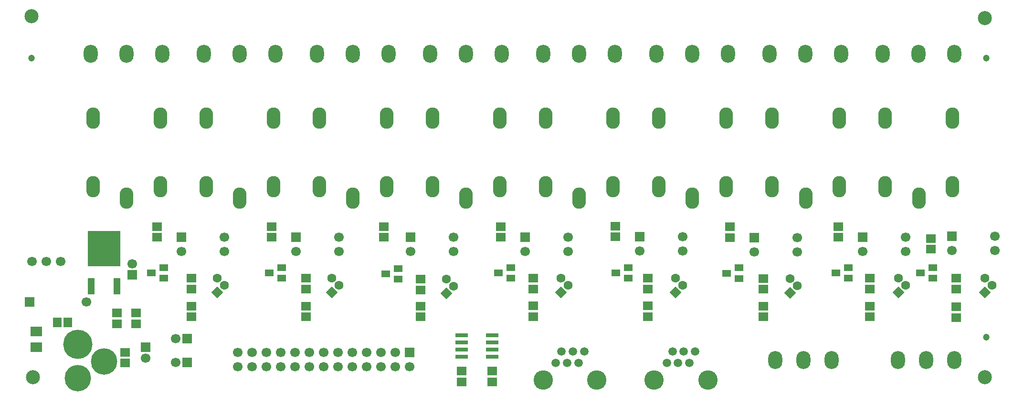
<source format=gbr>
G04 DipTrace 3.0.0.1*
G04 TopMask.gbr*
%MOIN*%
G04 #@! TF.FileFunction,Soldermask,Top*
G04 #@! TF.Part,Single*
%AMOUTLINE1*5,1,4,0,0,0.082002,0.0*%
%ADD61C,0.059055*%
%ADD75C,0.098425*%
%ADD76C,0.135827*%
%ADD86C,0.047244*%
%ADD88R,0.086614X0.031496*%
%ADD90R,0.062992X0.047244*%
%ADD93C,0.062992*%
%ADD95C,0.066929*%
%ADD97O,0.094488X0.149606*%
%ADD99C,0.204724*%
%ADD101C,0.185039*%
%ADD103R,0.07874X0.070866*%
%ADD105C,0.066929*%
%ADD106R,0.066929X0.066929*%
%ADD108R,0.066929X0.059055*%
%ADD110R,0.059055X0.066929*%
%ADD112O,0.098425X0.125984*%
%ADD114R,0.226378X0.25*%
%ADD116R,0.047244X0.116142*%
%ADD125OUTLINE1*%
%FSLAX26Y26*%
G04*
G70*
G90*
G75*
G01*
G04 TopMask*
%LPD*%
D116*
X920571Y1150886D3*
X1100098D3*
D114*
X1010335Y1414665D3*
D112*
X6090551Y633858D3*
X5893701D3*
X5696850D3*
X6948819D3*
X6751969D3*
X6555118D3*
X1418822Y2776701D3*
X1168822D3*
X918822D3*
X2208822D3*
X1958822D3*
X1708822D3*
X2998822D3*
X2748822D3*
X2498822D3*
X3788822D3*
X3538822D3*
X3288822D3*
X4578822D3*
X4328822D3*
X4078822D3*
X5368822D3*
X5118822D3*
X4868822D3*
X6158822D3*
X5908822D3*
X5658822D3*
X6948822D3*
X6698822D3*
X6448822D3*
D110*
X683071Y896505D3*
X757874D3*
D108*
X1158071Y687450D3*
Y612647D3*
X1233072Y962450D3*
Y887647D3*
X1101822Y962450D3*
Y887647D3*
D106*
X489322Y1040256D3*
D105*
X886959D3*
D103*
X539215Y724846D3*
Y835083D3*
D75*
X7161940Y3028026D3*
X515190Y515189D3*
X7161877Y515289D3*
X503720Y3039619D3*
D101*
X826820Y506677D3*
D99*
Y742898D3*
D101*
X1011860Y624787D3*
D106*
X1589322Y618701D3*
D105*
X1510581D3*
D106*
X1301820Y724951D3*
D105*
Y646211D3*
D106*
X1208071Y1229512D3*
D105*
Y1308252D3*
D106*
X1591192Y783071D3*
D105*
X1512451D3*
D97*
X1168822Y1768701D3*
X1403822Y1848701D3*
X933822D3*
Y2328701D3*
X1403822D3*
X1958822Y1768701D3*
X2193822Y1848701D3*
X1723822D3*
Y2328701D3*
X2193822D3*
X2748822Y1768701D3*
X2983822Y1848701D3*
X2513822D3*
Y2328701D3*
X2983822D3*
X3538822Y1768701D3*
X3773822Y1848701D3*
X3303822D3*
Y2328701D3*
X3773822D3*
X4328822Y1768701D3*
X4563822Y1848701D3*
X4093822D3*
Y2328701D3*
X4563822D3*
X5118822Y1768701D3*
X5353822Y1848701D3*
X4883822D3*
Y2328701D3*
X5353822D3*
X5910822Y1768701D3*
X6145822Y1848701D3*
X5675822D3*
Y2328701D3*
X6145822D3*
X6700822Y1768701D3*
X6935822Y1848701D3*
X6465822D3*
Y2328701D3*
X6935822D3*
D108*
X1620571Y1206201D3*
Y1131398D3*
X2420570Y1206201D3*
Y1131398D3*
X3220571Y1199951D3*
Y1125148D3*
X4008068Y1206201D3*
Y1131398D3*
X4808571Y1206201D3*
Y1131398D3*
X5614357Y1204201D3*
Y1129398D3*
X6358084Y1206201D3*
Y1131398D3*
X6961070Y1206201D3*
Y1131398D3*
D106*
X1551822Y1493701D3*
D95*
Y1393701D3*
X1851822D3*
Y1493701D3*
D106*
X2351822D3*
D95*
Y1393701D3*
X2651822D3*
Y1493701D3*
D106*
X3151822D3*
D95*
Y1393701D3*
X3451822D3*
Y1493701D3*
D106*
X3951819D3*
D95*
Y1393701D3*
X4251819D3*
Y1493701D3*
D106*
X4751822Y1496701D3*
D95*
Y1396701D3*
X5051822D3*
Y1496701D3*
D106*
X5551858Y1491701D3*
D95*
Y1391701D3*
X5851858D3*
Y1491701D3*
D106*
X6308084Y1493701D3*
D95*
Y1393701D3*
X6608084D3*
Y1493701D3*
D106*
X6930071Y1499950D3*
D95*
Y1399950D3*
X7230071D3*
Y1499950D3*
D93*
X1801820Y1206201D3*
X1851820Y1156201D3*
D125*
X1801820Y1106201D3*
D93*
X2601820Y1206201D3*
X2651820Y1156201D3*
D125*
X2601820Y1106201D3*
D93*
X3401820Y1199951D3*
X3451820Y1149951D3*
D125*
X3401820Y1099951D3*
D93*
X4201819Y1206201D3*
X4251819Y1156201D3*
D125*
X4201819Y1106201D3*
D93*
X5002322Y1206201D3*
X5052322Y1156201D3*
D125*
X5002322Y1106201D3*
D93*
X5801857Y1204201D3*
X5851857Y1154201D3*
D125*
X5801857Y1104201D3*
D93*
X6558084Y1206201D3*
X6608084Y1156201D3*
D125*
X6558084Y1106201D3*
D93*
X7161071Y1206201D3*
X7211071Y1156201D3*
D125*
X7161071Y1106201D3*
D108*
X3508071Y481201D3*
Y556004D3*
X3720669Y481299D3*
Y556102D3*
X1381833Y1568701D3*
Y1493898D3*
X1620571Y937450D3*
Y1012253D3*
X2181833Y1568701D3*
Y1493898D3*
X2420571Y937451D3*
Y1012255D3*
X2964071Y1568701D3*
Y1493898D3*
X3220571Y937451D3*
Y1012255D3*
X3781831Y1568701D3*
Y1493898D3*
X4007970Y937550D3*
Y1012353D3*
X4581820Y1571950D3*
Y1497147D3*
X4808472Y937550D3*
Y1012353D3*
X5381883Y1566701D3*
Y1491898D3*
X5614358Y937451D3*
Y1012255D3*
X6138096Y1568701D3*
Y1493898D3*
X6358165Y937451D3*
Y1012255D3*
X6785031Y1483951D3*
Y1409148D3*
X6961071Y931201D3*
Y1006004D3*
D61*
X4164322Y612450D3*
X4244243D3*
X4324164D3*
X4364164Y692371D3*
X4284243D3*
X4204322D3*
D76*
X4451723Y492411D3*
X4076841Y492403D3*
D61*
X4939320Y612450D3*
X5019241D3*
X5099163D3*
X5139163Y692371D3*
X5059241D3*
X4979320D3*
D76*
X5226722Y492411D3*
X4851840Y492403D3*
D106*
X3145571Y687451D3*
D95*
X3045571D3*
X2945571D3*
X2845571D3*
X2745571D3*
X2645571D3*
X2545571D3*
X2445571D3*
X2345571D3*
X2245571D3*
X2145571D3*
X2045571D3*
X1945571D3*
Y587451D3*
X2045571D3*
X2145571D3*
X2245571D3*
X2345571D3*
X2445571D3*
X2545571D3*
X2645571D3*
X2745571D3*
X2845571D3*
X2945571D3*
X3045571D3*
X3145571D3*
D90*
X1426822Y1206199D3*
X1340207Y1243601D3*
X1426822Y1281003D3*
X2251820Y1206199D3*
X2165206Y1243601D3*
X2251820Y1281003D3*
X3064320Y1199950D3*
X2977706Y1237352D3*
X3064320Y1274753D3*
X3851819Y1206201D3*
X3765205Y1243602D3*
X3851819Y1281004D3*
X4671071Y1206201D3*
X4584457Y1243602D3*
X4671071Y1281004D3*
X5445608Y1204201D3*
X5358993Y1241602D3*
X5445608Y1279004D3*
X6208083Y1206201D3*
X6121469Y1243602D3*
X6208083Y1281004D3*
X6798570Y1206201D3*
X6711955Y1243602D3*
X6798570Y1281004D3*
D88*
X3508071Y806201D3*
Y756201D3*
Y706201D3*
Y656201D3*
X3720669D3*
Y706201D3*
Y756201D3*
Y806201D3*
D86*
X7171916Y795276D3*
D95*
X506127Y1324820D3*
X606127D3*
X706127D3*
D86*
X505249Y2748031D3*
X7171958Y2748058D3*
M02*

</source>
